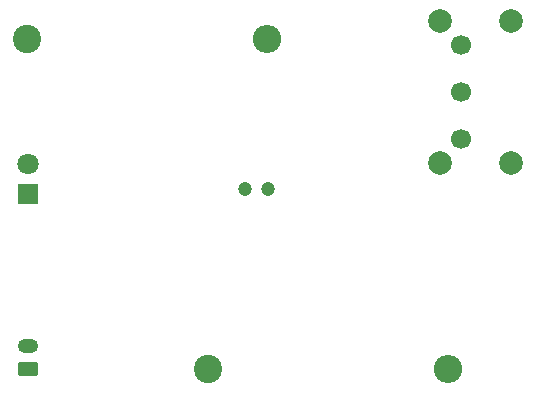
<source format=gbr>
%TF.GenerationSoftware,KiCad,Pcbnew,(6.0.10)*%
%TF.CreationDate,2023-02-17T15:21:22-08:00*%
%TF.ProjectId,LED,4c45442e-6b69-4636-9164-5f7063625858,rev?*%
%TF.SameCoordinates,Original*%
%TF.FileFunction,Copper,L2,Bot*%
%TF.FilePolarity,Positive*%
%FSLAX46Y46*%
G04 Gerber Fmt 4.6, Leading zero omitted, Abs format (unit mm)*
G04 Created by KiCad (PCBNEW (6.0.10)) date 2023-02-17 15:21:22*
%MOMM*%
%LPD*%
G01*
G04 APERTURE LIST*
G04 Aperture macros list*
%AMRoundRect*
0 Rectangle with rounded corners*
0 $1 Rounding radius*
0 $2 $3 $4 $5 $6 $7 $8 $9 X,Y pos of 4 corners*
0 Add a 4 corners polygon primitive as box body*
4,1,4,$2,$3,$4,$5,$6,$7,$8,$9,$2,$3,0*
0 Add four circle primitives for the rounded corners*
1,1,$1+$1,$2,$3*
1,1,$1+$1,$4,$5*
1,1,$1+$1,$6,$7*
1,1,$1+$1,$8,$9*
0 Add four rect primitives between the rounded corners*
20,1,$1+$1,$2,$3,$4,$5,0*
20,1,$1+$1,$4,$5,$6,$7,0*
20,1,$1+$1,$6,$7,$8,$9,0*
20,1,$1+$1,$8,$9,$2,$3,0*%
G04 Aperture macros list end*
%TA.AperFunction,ComponentPad*%
%ADD10R,1.800000X1.800000*%
%TD*%
%TA.AperFunction,ComponentPad*%
%ADD11C,1.800000*%
%TD*%
%TA.AperFunction,ComponentPad*%
%ADD12C,2.400000*%
%TD*%
%TA.AperFunction,ComponentPad*%
%ADD13O,2.400000X2.400000*%
%TD*%
%TA.AperFunction,ComponentPad*%
%ADD14C,2.000000*%
%TD*%
%TA.AperFunction,ComponentPad*%
%ADD15C,1.700000*%
%TD*%
%TA.AperFunction,ComponentPad*%
%ADD16C,1.200000*%
%TD*%
%TA.AperFunction,ComponentPad*%
%ADD17RoundRect,0.250000X0.625000X-0.350000X0.625000X0.350000X-0.625000X0.350000X-0.625000X-0.350000X0*%
%TD*%
%TA.AperFunction,ComponentPad*%
%ADD18O,1.750000X1.200000*%
%TD*%
G04 APERTURE END LIST*
D10*
%TO.P,D1,1,K*%
%TO.N,Net-(C1-Pad2)*%
X114299972Y-81670016D03*
D11*
%TO.P,D1,2,A*%
%TO.N,Net-(D1-Pad2)*%
X114299972Y-79130016D03*
%TD*%
D12*
%TO.P,R2,1*%
%TO.N,Net-(R2-Pad1)*%
X129540000Y-96520000D03*
D13*
%TO.P,R2,2*%
%TO.N,Net-(R2-Pad2)*%
X149860000Y-96520000D03*
%TD*%
D14*
%TO.P,SW1,*%
%TO.N,*%
X149170000Y-79032500D03*
X155170000Y-79032500D03*
X149170000Y-67032500D03*
X155170000Y-67032500D03*
D15*
%TO.P,SW1,1,A*%
%TO.N,unconnected-(SW1-Pad1)*%
X150920000Y-77032500D03*
%TO.P,SW1,2,B*%
%TO.N,Net-(R2-Pad2)*%
X150920000Y-73032500D03*
%TO.P,SW1,3,C*%
%TO.N,Net-(C1-Pad1)*%
X150920000Y-69032500D03*
%TD*%
D12*
%TO.P,R1,1*%
%TO.N,Net-(D1-Pad2)*%
X114170000Y-68580000D03*
D13*
%TO.P,R1,2*%
%TO.N,Net-(C1-Pad1)*%
X134490000Y-68580000D03*
%TD*%
D16*
%TO.P,C1,1*%
%TO.N,Net-(C1-Pad1)*%
X134620000Y-81280000D03*
%TO.P,C1,2*%
%TO.N,Net-(C1-Pad2)*%
X132620000Y-81280000D03*
%TD*%
D17*
%TO.P,V1,1,+*%
%TO.N,Net-(R2-Pad1)*%
X114300000Y-96520000D03*
D18*
%TO.P,V1,2,-*%
%TO.N,Net-(C1-Pad2)*%
X114300000Y-94520000D03*
%TD*%
M02*

</source>
